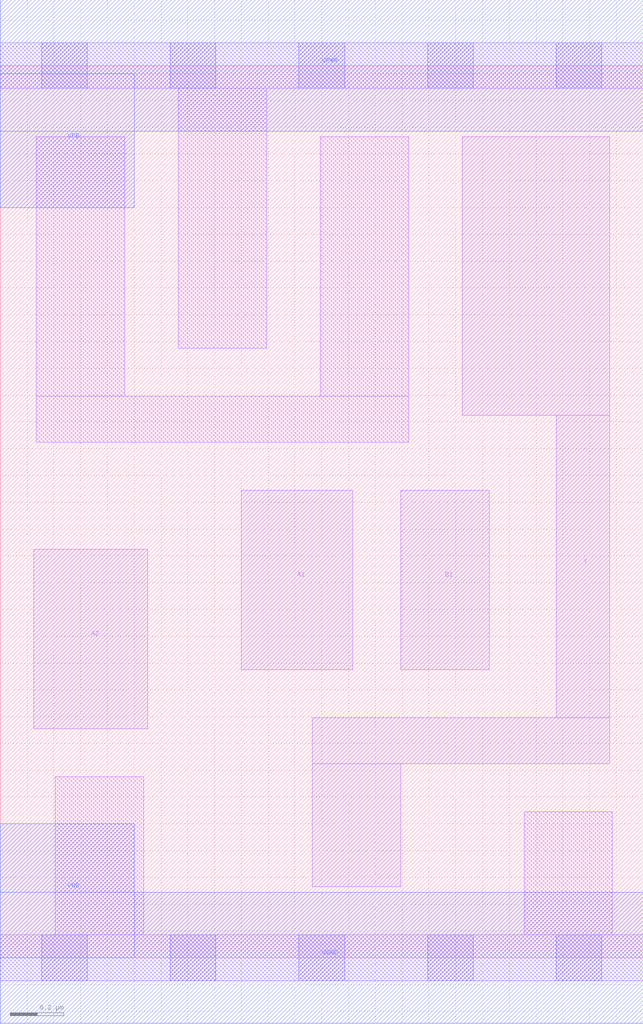
<source format=lef>
# Copyright 2020 The SkyWater PDK Authors
#
# Licensed under the Apache License, Version 2.0 (the "License");
# you may not use this file except in compliance with the License.
# You may obtain a copy of the License at
#
#     https://www.apache.org/licenses/LICENSE-2.0
#
# Unless required by applicable law or agreed to in writing, software
# distributed under the License is distributed on an "AS IS" BASIS,
# WITHOUT WARRANTIES OR CONDITIONS OF ANY KIND, either express or implied.
# See the License for the specific language governing permissions and
# limitations under the License.
#
# SPDX-License-Identifier: Apache-2.0

VERSION 5.5 ;
NAMESCASESENSITIVE ON ;
BUSBITCHARS "[]" ;
DIVIDERCHAR "/" ;
MACRO sky130_fd_sc_lp__a21oi_lp
  CLASS CORE ;
  SOURCE USER ;
  ORIGIN  0.000000  0.000000 ;
  SIZE  2.400000 BY  3.330000 ;
  SYMMETRY X Y R90 ;
  SITE unit ;
  PIN A1
    ANTENNAGATEAREA  0.313000 ;
    DIRECTION INPUT ;
    USE SIGNAL ;
    PORT
      LAYER li1 ;
        RECT 0.900000 1.075000 1.315000 1.745000 ;
    END
  END A1
  PIN A2
    ANTENNAGATEAREA  0.313000 ;
    DIRECTION INPUT ;
    USE SIGNAL ;
    PORT
      LAYER li1 ;
        RECT 0.125000 0.855000 0.550000 1.525000 ;
    END
  END A2
  PIN B1
    ANTENNAGATEAREA  0.376000 ;
    DIRECTION INPUT ;
    USE SIGNAL ;
    PORT
      LAYER li1 ;
        RECT 1.495000 1.075000 1.825000 1.745000 ;
    END
  END B1
  PIN Y
    ANTENNADIFFAREA  0.461400 ;
    DIRECTION OUTPUT ;
    USE SIGNAL ;
    PORT
      LAYER li1 ;
        RECT 1.165000 0.265000 1.495000 0.725000 ;
        RECT 1.165000 0.725000 2.275000 0.895000 ;
        RECT 1.725000 2.025000 2.275000 3.065000 ;
        RECT 2.075000 0.895000 2.275000 2.025000 ;
    END
  END Y
  PIN VGND
    DIRECTION INOUT ;
    USE GROUND ;
    PORT
      LAYER met1 ;
        RECT 0.000000 -0.245000 2.400000 0.245000 ;
    END
  END VGND
  PIN VNB
    DIRECTION INOUT ;
    USE GROUND ;
    PORT
      LAYER met1 ;
        RECT 0.000000 0.000000 0.500000 0.500000 ;
    END
  END VNB
  PIN VPB
    DIRECTION INOUT ;
    USE POWER ;
    PORT
      LAYER met1 ;
        RECT 0.000000 2.800000 0.500000 3.300000 ;
    END
  END VPB
  PIN VPWR
    DIRECTION INOUT ;
    USE POWER ;
    PORT
      LAYER met1 ;
        RECT 0.000000 3.085000 2.400000 3.575000 ;
    END
  END VPWR
  OBS
    LAYER li1 ;
      RECT 0.000000 -0.085000 2.400000 0.085000 ;
      RECT 0.000000  3.245000 2.400000 3.415000 ;
      RECT 0.135000  1.925000 1.525000 2.095000 ;
      RECT 0.135000  2.095000 0.465000 3.065000 ;
      RECT 0.205000  0.085000 0.535000 0.675000 ;
      RECT 0.665000  2.275000 0.995000 3.245000 ;
      RECT 1.195000  2.095000 1.525000 3.065000 ;
      RECT 1.955000  0.085000 2.285000 0.545000 ;
    LAYER mcon ;
      RECT 0.155000 -0.085000 0.325000 0.085000 ;
      RECT 0.155000  3.245000 0.325000 3.415000 ;
      RECT 0.635000 -0.085000 0.805000 0.085000 ;
      RECT 0.635000  3.245000 0.805000 3.415000 ;
      RECT 1.115000 -0.085000 1.285000 0.085000 ;
      RECT 1.115000  3.245000 1.285000 3.415000 ;
      RECT 1.595000 -0.085000 1.765000 0.085000 ;
      RECT 1.595000  3.245000 1.765000 3.415000 ;
      RECT 2.075000 -0.085000 2.245000 0.085000 ;
      RECT 2.075000  3.245000 2.245000 3.415000 ;
  END
END sky130_fd_sc_lp__a21oi_lp
END LIBRARY

</source>
